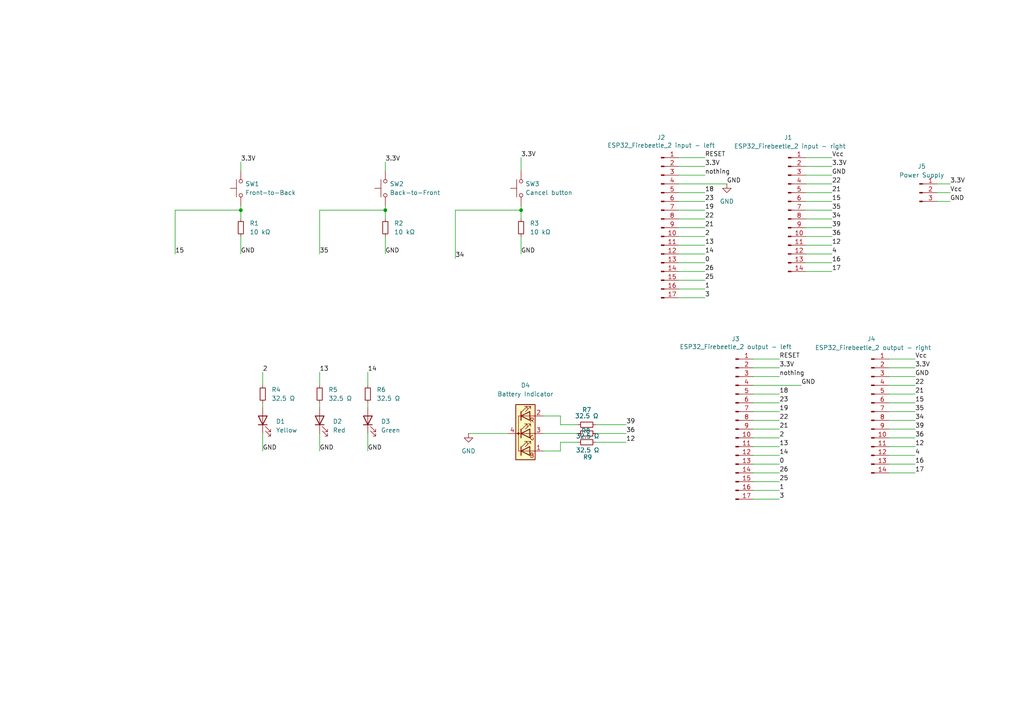
<source format=kicad_sch>
(kicad_sch (version 20231120) (generator "eeschema") (generator_version "8.0")
  (paper "A4")
  (lib_symbols
    (symbol "Connector:Conn_01x03_Pin" (pin_names (offset 1.016) hide)
      (property "Reference" "J" (at 0 5.08 0))
      (property "Value" "Conn_01x03_Pin" (at 0 -5.08 0))
      (symbol "Conn_01x03_Pin_1_1"
        (polyline (pts (xy 1.27 -2.54) (xy 0.8636 -2.54)) (stroke (width 0.1524)))
        (polyline (pts (xy 1.27 0) (xy 0.8636 0)) (stroke (width 0.1524)))
        (polyline (pts (xy 1.27 2.54) (xy 0.8636 2.54)) (stroke (width 0.1524)))
        (rectangle (start 0.8636 -2.413) (end 0 -2.667) (stroke (width 0.1524)) (fill (type outline)))
        (rectangle (start 0.8636 0.127) (end 0 -0.127) (stroke (width 0.1524)) (fill (type outline)))
        (rectangle (start 0.8636 2.667) (end 0 2.413) (stroke (width 0.1524)) (fill (type outline)))
        (pin passive line (at 5.08 2.54 180) (length 3.81) (name "Pin_1") (number "1"))
        (pin passive line (at 5.08 0 180) (length 3.81) (name "Pin_2") (number "2"))
        (pin passive line (at 5.08 -2.54 180) (length 3.81) (name "Pin_3") (number "3"))
      )
    )
    (symbol "Connector:Conn_01x14_Pin" (pin_names (offset 1.016) hide)
      (property "Reference" "J" (at 0 17.78 0))
      (property "Value" "Conn_01x14_Pin" (at 0 -20.32 0))
      (symbol "Conn_01x14_Pin_1_1"
        (polyline (pts (xy 1.27 -17.78) (xy 0.8636 -17.78)) (stroke (width 0.1524)))
        (polyline (pts (xy 1.27 -15.24) (xy 0.8636 -15.24)) (stroke (width 0.1524)))
        (polyline (pts (xy 1.27 -12.7) (xy 0.8636 -12.7)) (stroke (width 0.1524)))
        (polyline (pts (xy 1.27 -10.16) (xy 0.8636 -10.16)) (stroke (width 0.1524)))
        (polyline (pts (xy 1.27 -7.62) (xy 0.8636 -7.62)) (stroke (width 0.1524)))
        (polyline (pts (xy 1.27 -5.08) (xy 0.8636 -5.08)) (stroke (width 0.1524)))
        (polyline (pts (xy 1.27 -2.54) (xy 0.8636 -2.54)) (stroke (width 0.1524)))
        (polyline (pts (xy 1.27 0) (xy 0.8636 0)) (stroke (width 0.1524)))
        (polyline (pts (xy 1.27 2.54) (xy 0.8636 2.54)) (stroke (width 0.1524)))
        (polyline (pts (xy 1.27 5.08) (xy 0.8636 5.08)) (stroke (width 0.1524)))
        (polyline (pts (xy 1.27 7.62) (xy 0.8636 7.62)) (stroke (width 0.1524)))
        (polyline (pts (xy 1.27 10.16) (xy 0.8636 10.16)) (stroke (width 0.1524)))
        (polyline (pts (xy 1.27 12.7) (xy 0.8636 12.7)) (stroke (width 0.1524)))
        (polyline (pts (xy 1.27 15.24) (xy 0.8636 15.24)) (stroke (width 0.1524)))
        (rectangle (start 0.8636 -17.653) (end 0 -17.907) (stroke (width 0.1524)) (fill (type outline)))
        (rectangle (start 0.8636 -15.113) (end 0 -15.367) (stroke (width 0.1524)) (fill (type outline)))
        (rectangle (start 0.8636 -12.573) (end 0 -12.827) (stroke (width 0.1524)) (fill (type outline)))
        (rectangle (start 0.8636 -10.033) (end 0 -10.287) (stroke (width 0.1524)) (fill (type outline)))
        (rectangle (start 0.8636 -7.493) (end 0 -7.747) (stroke (width 0.1524)) (fill (type outline)))
        (rectangle (start 0.8636 -4.953) (end 0 -5.207) (stroke (width 0.1524)) (fill (type outline)))
        (rectangle (start 0.8636 -2.413) (end 0 -2.667) (stroke (width 0.1524)) (fill (type outline)))
        (rectangle (start 0.8636 0.127) (end 0 -0.127) (stroke (width 0.1524)) (fill (type outline)))
        (rectangle (start 0.8636 2.667) (end 0 2.413) (stroke (width 0.1524)) (fill (type outline)))
        (rectangle (start 0.8636 5.207) (end 0 4.953) (stroke (width 0.1524)) (fill (type outline)))
        (rectangle (start 0.8636 7.747) (end 0 7.493) (stroke (width 0.1524)) (fill (type outline)))
        (rectangle (start 0.8636 10.287) (end 0 10.033) (stroke (width 0.1524)) (fill (type outline)))
        (rectangle (start 0.8636 12.827) (end 0 12.573) (stroke (width 0.1524)) (fill (type outline)))
        (rectangle (start 0.8636 15.367) (end 0 15.113) (stroke (width 0.1524)) (fill (type outline)))
        (pin passive line (at 5.08 15.24 180) (length 3.81) (name "Pin_1") (number "1"))
        (pin passive line (at 5.08 -7.62 180) (length 3.81) (name "Pin_10") (number "10"))
        (pin passive line (at 5.08 -10.16 180) (length 3.81) (name "Pin_11") (number "11"))
        (pin passive line (at 5.08 -12.7 180) (length 3.81) (name "Pin_12") (number "12"))
        (pin passive line (at 5.08 -15.24 180) (length 3.81) (name "Pin_13") (number "13"))
        (pin passive line (at 5.08 -17.78 180) (length 3.81) (name "Pin_14") (number "14"))
        (pin passive line (at 5.08 12.7 180) (length 3.81) (name "Pin_2") (number "2"))
        (pin passive line (at 5.08 10.16 180) (length 3.81) (name "Pin_3") (number "3"))
        (pin passive line (at 5.08 7.62 180) (length 3.81) (name "Pin_4") (number "4"))
        (pin passive line (at 5.08 5.08 180) (length 3.81) (name "Pin_5") (number "5"))
        (pin passive line (at 5.08 2.54 180) (length 3.81) (name "Pin_6") (number "6"))
        (pin passive line (at 5.08 0 180) (length 3.81) (name "Pin_7") (number "7"))
        (pin passive line (at 5.08 -2.54 180) (length 3.81) (name "Pin_8") (number "8"))
        (pin passive line (at 5.08 -5.08 180) (length 3.81) (name "Pin_9") (number "9"))
      )
    )
    (symbol "Connector:Conn_01x17_Pin" (pin_names (offset 1.016) hide)
      (property "Reference" "J" (at 0 22.86 0))
      (property "Value" "Conn_01x17_Pin" (at 0 -22.86 0))
      (symbol "Conn_01x17_Pin_1_1"
        (polyline (pts (xy 1.27 -20.32) (xy 0.8636 -20.32)) (stroke (width 0.1524)))
        (polyline (pts (xy 1.27 -17.78) (xy 0.8636 -17.78)) (stroke (width 0.1524)))
        (polyline (pts (xy 1.27 -15.24) (xy 0.8636 -15.24)) (stroke (width 0.1524)))
        (polyline (pts (xy 1.27 -12.7) (xy 0.8636 -12.7)) (stroke (width 0.1524)))
        (polyline (pts (xy 1.27 -10.16) (xy 0.8636 -10.16)) (stroke (width 0.1524)))
        (polyline (pts (xy 1.27 -7.62) (xy 0.8636 -7.62)) (stroke (width 0.1524)))
        (polyline (pts (xy 1.27 -5.08) (xy 0.8636 -5.08)) (stroke (width 0.1524)))
        (polyline (pts (xy 1.27 -2.54) (xy 0.8636 -2.54)) (stroke (width 0.1524)))
        (polyline (pts (xy 1.27 0) (xy 0.8636 0)) (stroke (width 0.1524)))
        (polyline (pts (xy 1.27 2.54) (xy 0.8636 2.54)) (stroke (width 0.1524)))
        (polyline (pts (xy 1.27 5.08) (xy 0.8636 5.08)) (stroke (width 0.1524)))
        (polyline (pts (xy 1.27 7.62) (xy 0.8636 7.62)) (stroke (width 0.1524)))
        (polyline (pts (xy 1.27 10.16) (xy 0.8636 10.16)) (stroke (width 0.1524)))
        (polyline (pts (xy 1.27 12.7) (xy 0.8636 12.7)) (stroke (width 0.1524)))
        (polyline (pts (xy 1.27 15.24) (xy 0.8636 15.24)) (stroke (width 0.1524)))
        (polyline (pts (xy 1.27 17.78) (xy 0.8636 17.78)) (stroke (width 0.1524)))
        (polyline (pts (xy 1.27 20.32) (xy 0.8636 20.32)) (stroke (width 0.1524)))
        (rectangle (start 0.8636 -20.193) (end 0 -20.447) (stroke (width 0.1524)) (fill (type outline)))
        (rectangle (start 0.8636 -17.653) (end 0 -17.907) (stroke (width 0.1524)) (fill (type outline)))
        (rectangle (start 0.8636 -15.113) (end 0 -15.367) (stroke (width 0.1524)) (fill (type outline)))
        (rectangle (start 0.8636 -12.573) (end 0 -12.827) (stroke (width 0.1524)) (fill (type outline)))
        (rectangle (start 0.8636 -10.033) (end 0 -10.287) (stroke (width 0.1524)) (fill (type outline)))
        (rectangle (start 0.8636 -7.493) (end 0 -7.747) (stroke (width 0.1524)) (fill (type outline)))
        (rectangle (start 0.8636 -4.953) (end 0 -5.207) (stroke (width 0.1524)) (fill (type outline)))
        (rectangle (start 0.8636 -2.413) (end 0 -2.667) (stroke (width 0.1524)) (fill (type outline)))
        (rectangle (start 0.8636 0.127) (end 0 -0.127) (stroke (width 0.1524)) (fill (type outline)))
        (rectangle (start 0.8636 2.667) (end 0 2.413) (stroke (width 0.1524)) (fill (type outline)))
        (rectangle (start 0.8636 5.207) (end 0 4.953) (stroke (width 0.1524)) (fill (type outline)))
        (rectangle (start 0.8636 7.747) (end 0 7.493) (stroke (width 0.1524)) (fill (type outline)))
        (rectangle (start 0.8636 10.287) (end 0 10.033) (stroke (width 0.1524)) (fill (type outline)))
        (rectangle (start 0.8636 12.827) (end 0 12.573) (stroke (width 0.1524)) (fill (type outline)))
        (rectangle (start 0.8636 15.367) (end 0 15.113) (stroke (width 0.1524)) (fill (type outline)))
        (rectangle (start 0.8636 17.907) (end 0 17.653) (stroke (width 0.1524)) (fill (type outline)))
        (rectangle (start 0.8636 20.447) (end 0 20.193) (stroke (width 0.1524)) (fill (type outline)))
        (pin passive line (at 5.08 20.32 180) (length 3.81) (name "Pin_1") (number "1"))
        (pin passive line (at 5.08 -2.54 180) (length 3.81) (name "Pin_10") (number "10"))
        (pin passive line (at 5.08 -5.08 180) (length 3.81) (name "Pin_11") (number "11"))
        (pin passive line (at 5.08 -7.62 180) (length 3.81) (name "Pin_12") (number "12"))
        (pin passive line (at 5.08 -10.16 180) (length 3.81) (name "Pin_13") (number "13"))
        (pin passive line (at 5.08 -12.7 180) (length 3.81) (name "Pin_14") (number "14"))
        (pin passive line (at 5.08 -15.24 180) (length 3.81) (name "Pin_15") (number "15"))
        (pin passive line (at 5.08 -17.78 180) (length 3.81) (name "Pin_16") (number "16"))
        (pin passive line (at 5.08 -20.32 180) (length 3.81) (name "Pin_17") (number "17"))
        (pin passive line (at 5.08 17.78 180) (length 3.81) (name "Pin_2") (number "2"))
        (pin passive line (at 5.08 15.24 180) (length 3.81) (name "Pin_3") (number "3"))
        (pin passive line (at 5.08 12.7 180) (length 3.81) (name "Pin_4") (number "4"))
        (pin passive line (at 5.08 10.16 180) (length 3.81) (name "Pin_5") (number "5"))
        (pin passive line (at 5.08 7.62 180) (length 3.81) (name "Pin_6") (number "6"))
        (pin passive line (at 5.08 5.08 180) (length 3.81) (name "Pin_7") (number "7"))
        (pin passive line (at 5.08 2.54 180) (length 3.81) (name "Pin_8") (number "8"))
        (pin passive line (at 5.08 0 180) (length 3.81) (name "Pin_9") (number "9"))
      )
    )
    (symbol "Device:LED" (pin_numbers hide) (pin_names (offset 1.016) hide)
      (property "Reference" "D" (at 0 2.54 0))
      (property "Value" "LED" (at 0 -2.54 0))
      (symbol "LED_0_1"
        (polyline (pts (xy -1.27 -1.27) (xy -1.27 1.27)) (stroke (width 0.254)))
        (polyline (pts (xy -1.27 0) (xy 1.27 0)))
        (polyline (pts (xy 1.27 -1.27) (xy 1.27 1.27) (xy -1.27 0) (xy 1.27 -1.27)) (stroke (width 0.254)))
        (polyline (pts (xy -3.048 -0.762) (xy -4.572 -2.286) (xy -3.81 -2.286) (xy -4.572 -2.286) (xy -4.572 -1.524)))
        (polyline (pts (xy -1.778 -0.762) (xy -3.302 -2.286) (xy -2.54 -2.286) (xy -3.302 -2.286) (xy -3.302 -1.524)))
      )
      (symbol "LED_1_1"
        (pin passive line (at -3.81 0 0) (length 2.54) (name "K") (number "1"))
        (pin passive line (at 3.81 0 180) (length 2.54) (name "A") (number "2"))
      )
    )
    (symbol "Device:LED_BRGK" (pin_names (offset 0) hide)
      (property "Reference" "D" (at 0 9.398 0))
      (property "Value" "LED_BRGK" (at 0 -8.89 0))
      (symbol "LED_BRGK_0_0"
        (text "B" (at 1.905 -6.35 0) (effects (font (size 1.27 1.27))))
        (text "G" (at 1.905 -1.27 0) (effects (font (size 1.27 1.27))))
        (text "R" (at 1.905 3.81 0) (effects (font (size 1.27 1.27))))
      )
      (symbol "LED_BRGK_0_1"
        (circle (center -2.032 0) (radius 0.254) (fill (type outline)))
        (polyline (pts (xy -1.27 -5.08) (xy 1.27 -5.08)))
        (polyline (pts (xy -1.27 -3.81) (xy -1.27 -6.35)) (stroke (width 0.254)))
        (polyline (pts (xy -1.27 0) (xy -2.54 0)))
        (polyline (pts (xy -1.27 1.27) (xy -1.27 -1.27)) (stroke (width 0.254)))
        (polyline (pts (xy -1.27 5.08) (xy 1.27 5.08)))
        (polyline (pts (xy -1.27 6.35) (xy -1.27 3.81)) (stroke (width 0.254)))
        (polyline (pts (xy 1.27 -5.08) (xy 2.54 -5.08)))
        (polyline (pts (xy 1.27 0) (xy -1.27 0)))
        (polyline (pts (xy 1.27 0) (xy 2.54 0)))
        (polyline (pts (xy 1.27 5.08) (xy 2.54 5.08)))
        (polyline (pts (xy -1.27 1.27) (xy -1.27 -1.27) (xy -1.27 -1.27)))
        (polyline (pts (xy -1.27 6.35) (xy -1.27 3.81) (xy -1.27 3.81)))
        (polyline (pts (xy -1.27 5.08) (xy -2.032 5.08) (xy -2.032 -5.08) (xy -1.016 -5.08)))
        (polyline (pts (xy 1.27 -3.81) (xy 1.27 -6.35) (xy -1.27 -5.08) (xy 1.27 -3.81)) (stroke (width 0.254)))
        (polyline (pts (xy 1.27 1.27) (xy 1.27 -1.27) (xy -1.27 0) (xy 1.27 1.27)) (stroke (width 0.254)))
        (polyline (pts (xy 1.27 6.35) (xy 1.27 3.81) (xy -1.27 5.08) (xy 1.27 6.35)) (stroke (width 0.254)))
        (polyline (pts (xy -1.016 -3.81) (xy 0.508 -2.286) (xy -0.254 -2.286) (xy 0.508 -2.286) (xy 0.508 -3.048)))
        (polyline (pts (xy -1.016 1.27) (xy 0.508 2.794) (xy -0.254 2.794) (xy 0.508 2.794) (xy 0.508 2.032)))
        (polyline (pts (xy -1.016 6.35) (xy 0.508 7.874) (xy -0.254 7.874) (xy 0.508 7.874) (xy 0.508 7.112)))
        (polyline (pts (xy 0 -3.81) (xy 1.524 -2.286) (xy 0.762 -2.286) (xy 1.524 -2.286) (xy 1.524 -3.048)))
        (polyline (pts (xy 0 1.27) (xy 1.524 2.794) (xy 0.762 2.794) (xy 1.524 2.794) (xy 1.524 2.032)))
        (polyline (pts (xy 0 6.35) (xy 1.524 7.874) (xy 0.762 7.874) (xy 1.524 7.874) (xy 1.524 7.112)))
        (rectangle (start 1.27 -1.27) (end 1.27 1.27))
        (rectangle (start 1.27 1.27) (end 1.27 1.27))
        (rectangle (start 1.27 3.81) (end 1.27 6.35))
        (rectangle (start 1.27 6.35) (end 1.27 6.35))
        (rectangle (start 2.794 8.382) (end -2.794 -7.62) (stroke (width 0.254)) (fill (type background)))
      )
      (symbol "LED_BRGK_1_1"
        (pin passive line (at 5.08 -5.08 180) (length 2.54) (name "BA") (number "1"))
        (pin passive line (at 5.08 5.08 180) (length 2.54) (name "RA") (number "2"))
        (pin passive line (at 5.08 0 180) (length 2.54) (name "GA") (number "3"))
        (pin passive line (at -5.08 0 0) (length 2.54) (name "K") (number "4"))
      )
    )
    (symbol "Device:R_Small" (pin_numbers hide) (pin_names (offset 0.254) hide)
      (property "Reference" "R" (at 0.762 0.508 0))
      (property "Value" "R_Small" (at 0.762 -1.016 0))
      (symbol "R_Small_0_1"
        (rectangle (start -0.762 1.778) (end 0.762 -1.778) (stroke (width 0.2032)))
      )
      (symbol "R_Small_1_1"
        (pin passive line (at 0 2.54 270) (length 0.762) (name "~") (number "1"))
        (pin passive line (at 0 -2.54 90) (length 0.762) (name "~") (number "2"))
      )
    )
    (symbol "Switch:SW_Push" (pin_numbers hide) (pin_names (offset 1.016) hide)
      (property "Reference" "SW" (at 1.27 2.54 0))
      (property "Value" "SW_Push" (at 0 -1.524 0))
      (symbol "SW_Push_0_1"
        (circle (center -2.032 0) (radius 0.508))
        (polyline (pts (xy 0 1.27) (xy 0 3.048)))
        (polyline (pts (xy 2.54 1.27) (xy -2.54 1.27)))
        (circle (center 2.032 0) (radius 0.508))
        (pin passive line (at -5.08 0 0) (length 2.54) (name "1") (number "1"))
        (pin passive line (at 5.08 0 180) (length 2.54) (name "2") (number "2"))
      )
    )
    (symbol "power:GND" (power) (pin_numbers hide) (pin_names (offset 0) hide)
      (property "Value" "GND" (at 0 -3.81 0))
      (symbol "GND_0_1"
        (polyline (pts (xy 0 0) (xy 0 -1.27) (xy 1.27 -1.27) (xy 0 -2.54) (xy -1.27 -1.27) (xy 0 -1.27)))
      )
      (symbol "GND_1_1"
        (pin power_in line (at 0 0 270) (length 0) (name "~") (number "1"))
      )
    )
  )
  (junction (at 151.13 60.96))
  (junction (at 111.76 60.96))
  (junction (at 69.85 60.96))
  (wire (pts (xy 257.81 137.16) (xy 265.43 137.16)))
  (wire (pts (xy 92.71 60.96) (xy 92.71 73.66)))
  (wire (pts (xy 196.85 86.36) (xy 204.47 86.36)))
  (wire (pts (xy 106.68 107.95) (xy 106.68 111.76)))
  (wire (pts (xy 92.71 116.84) (xy 92.71 118.11)))
  (wire (pts (xy 218.44 142.24) (xy 226.06 142.24)))
  (wire (pts (xy 196.85 81.28) (xy 204.47 81.28)))
  (wire (pts (xy 257.81 116.84) (xy 265.43 116.84)))
  (wire (pts (xy 196.85 53.34) (xy 210.82 53.34)))
  (wire (pts (xy 172.72 128.27) (xy 181.61 128.27)))
  (wire (pts (xy 196.85 83.82) (xy 204.47 83.82)))
  (wire (pts (xy 151.13 68.58) (xy 151.13 73.66)))
  (wire (pts (xy 233.68 73.66) (xy 241.3 73.66)))
  (wire (pts (xy 218.44 139.7) (xy 226.06 139.7)))
  (wire (pts (xy 69.85 63.5) (xy 69.85 60.96)))
  (wire (pts (xy 106.68 125.73) (xy 106.68 130.81)))
  (wire (pts (xy 218.44 134.62) (xy 226.06 134.62)))
  (wire (pts (xy 218.44 132.08) (xy 226.06 132.08)))
  (wire (pts (xy 275.59 58.42) (xy 271.78 58.42)))
  (wire (pts (xy 233.68 50.8) (xy 241.3 50.8)))
  (wire (pts (xy 92.71 125.73) (xy 92.71 130.81)))
  (wire (pts (xy 196.85 48.26) (xy 204.47 48.26)))
  (wire (pts (xy 218.44 106.68) (xy 226.06 106.68)))
  (wire (pts (xy 257.81 121.92) (xy 265.43 121.92)))
  (wire (pts (xy 151.13 60.96) (xy 151.13 63.5)))
  (wire (pts (xy 111.76 68.58) (xy 111.76 73.66)))
  (wire (pts (xy 218.44 129.54) (xy 226.06 129.54)))
  (wire (pts (xy 162.56 123.19) (xy 167.64 123.19)))
  (wire (pts (xy 162.56 120.65) (xy 162.56 123.19)))
  (wire (pts (xy 92.71 107.95) (xy 92.71 111.76)))
  (wire (pts (xy 257.81 129.54) (xy 265.43 129.54)))
  (wire (pts (xy 257.81 106.68) (xy 265.43 106.68)))
  (wire (pts (xy 233.68 60.96) (xy 241.3 60.96)))
  (wire (pts (xy 218.44 114.3) (xy 226.06 114.3)))
  (wire (pts (xy 257.81 111.76) (xy 265.43 111.76)))
  (wire (pts (xy 69.85 59.69) (xy 69.85 60.96)))
  (wire (pts (xy 196.85 78.74) (xy 204.47 78.74)))
  (wire (pts (xy 132.08 60.96) (xy 132.08 74.93)))
  (wire (pts (xy 151.13 60.96) (xy 132.08 60.96)))
  (wire (pts (xy 162.56 128.27) (xy 167.64 128.27)))
  (wire (pts (xy 218.44 111.76) (xy 232.41 111.76)))
  (wire (pts (xy 111.76 59.69) (xy 111.76 60.96)))
  (wire (pts (xy 111.76 60.96) (xy 92.71 60.96)))
  (wire (pts (xy 257.81 134.62) (xy 265.43 134.62)))
  (wire (pts (xy 151.13 45.72) (xy 151.13 49.53)))
  (wire (pts (xy 257.81 104.14) (xy 265.43 104.14)))
  (wire (pts (xy 257.81 124.46) (xy 265.43 124.46)))
  (wire (pts (xy 196.85 60.96) (xy 204.47 60.96)))
  (wire (pts (xy 106.68 116.84) (xy 106.68 118.11)))
  (wire (pts (xy 196.85 73.66) (xy 204.47 73.66)))
  (wire (pts (xy 76.2 116.84) (xy 76.2 118.11)))
  (wire (pts (xy 218.44 109.22) (xy 226.06 109.22)))
  (wire (pts (xy 218.44 119.38) (xy 226.06 119.38)))
  (wire (pts (xy 172.72 123.19) (xy 181.61 123.19)))
  (wire (pts (xy 218.44 137.16) (xy 226.06 137.16)))
  (wire (pts (xy 218.44 127) (xy 226.06 127)))
  (wire (pts (xy 196.85 50.8) (xy 204.47 50.8)))
  (wire (pts (xy 196.85 66.04) (xy 204.47 66.04)))
  (wire (pts (xy 151.13 59.69) (xy 151.13 60.96)))
  (wire (pts (xy 69.85 46.99) (xy 69.85 49.53)))
  (wire (pts (xy 257.81 119.38) (xy 265.43 119.38)))
  (wire (pts (xy 218.44 144.78) (xy 226.06 144.78)))
  (wire (pts (xy 157.48 130.81) (xy 162.56 130.81)))
  (wire (pts (xy 233.68 63.5) (xy 241.3 63.5)))
  (wire (pts (xy 218.44 104.14) (xy 226.06 104.14)))
  (wire (pts (xy 218.44 124.46) (xy 226.06 124.46)))
  (wire (pts (xy 196.85 45.72) (xy 204.47 45.72)))
  (wire (pts (xy 257.81 109.22) (xy 265.43 109.22)))
  (wire (pts (xy 233.68 55.88) (xy 241.3 55.88)))
  (wire (pts (xy 218.44 121.92) (xy 226.06 121.92)))
  (wire (pts (xy 162.56 130.81) (xy 162.56 128.27)))
  (wire (pts (xy 135.89 125.73) (xy 147.32 125.73)))
  (wire (pts (xy 233.68 68.58) (xy 241.3 68.58)))
  (wire (pts (xy 233.68 76.2) (xy 241.3 76.2)))
  (wire (pts (xy 275.59 55.88) (xy 271.78 55.88)))
  (wire (pts (xy 233.68 58.42) (xy 241.3 58.42)))
  (wire (pts (xy 218.44 116.84) (xy 226.06 116.84)))
  (wire (pts (xy 196.85 71.12) (xy 204.47 71.12)))
  (wire (pts (xy 76.2 107.95) (xy 76.2 111.76)))
  (wire (pts (xy 76.2 125.73) (xy 76.2 130.81)))
  (wire (pts (xy 111.76 46.99) (xy 111.76 49.53)))
  (wire (pts (xy 172.72 125.73) (xy 181.61 125.73)))
  (wire (pts (xy 233.68 71.12) (xy 241.3 71.12)))
  (wire (pts (xy 233.68 78.74) (xy 241.3 78.74)))
  (wire (pts (xy 196.85 76.2) (xy 204.47 76.2)))
  (wire (pts (xy 196.85 68.58) (xy 204.47 68.58)))
  (wire (pts (xy 196.85 58.42) (xy 204.47 58.42)))
  (wire (pts (xy 233.68 45.72) (xy 241.3 45.72)))
  (wire (pts (xy 257.81 114.3) (xy 265.43 114.3)))
  (wire (pts (xy 233.68 66.04) (xy 241.3 66.04)))
  (wire (pts (xy 233.68 53.34) (xy 241.3 53.34)))
  (wire (pts (xy 275.59 53.34) (xy 271.78 53.34)))
  (wire (pts (xy 111.76 63.5) (xy 111.76 60.96)))
  (wire (pts (xy 167.64 125.73) (xy 157.48 125.73)))
  (wire (pts (xy 69.85 60.96) (xy 50.8 60.96)))
  (wire (pts (xy 257.81 132.08) (xy 265.43 132.08)))
  (wire (pts (xy 233.68 48.26) (xy 241.3 48.26)))
  (wire (pts (xy 157.48 120.65) (xy 162.56 120.65)))
  (wire (pts (xy 257.81 127) (xy 265.43 127)))
  (wire (pts (xy 69.85 68.58) (xy 69.85 73.66)))
  (wire (pts (xy 50.8 60.96) (xy 50.8 73.66)))
  (wire (pts (xy 196.85 55.88) (xy 204.47 55.88)))
  (wire (pts (xy 196.85 63.5) (xy 204.47 63.5)))
  (label "3.3V" (at 204.47 48.26 0))
  (label "12" (at 241.3 71.12 0))
  (label "3.3V" (at 241.3 48.26 0))
  (label "GND" (at 111.76 73.66 0))
  (label "16" (at 241.3 76.2 0))
  (label "4" (at 241.3 73.66 0))
  (label "26" (at 226.06 137.16 0))
  (label "Vcc" (at 275.59 55.88 0))
  (label "GND" (at 210.82 53.34 0))
  (label "17" (at 241.3 78.74 0))
  (label "nothing" (at 226.06 109.22 0))
  (label "13" (at 92.71 107.95 0))
  (label "3.3V" (at 151.13 45.72 0))
  (label "4" (at 265.43 132.08 0))
  (label "14" (at 204.47 73.66 0))
  (label "21" (at 226.06 124.46 0))
  (label "1" (at 204.47 83.82 0))
  (label "22" (at 204.47 63.5 0))
  (label "15" (at 50.8 73.66 0))
  (label "25" (at 226.06 139.7 0))
  (label "26" (at 204.47 78.74 0))
  (label "GND" (at 232.41 111.76 0))
  (label "3" (at 204.47 86.36 0))
  (label "RESET" (at 226.06 104.14 0))
  (label "18" (at 204.47 55.88 0))
  (label "3.3V" (at 265.43 106.68 0))
  (label "23" (at 226.06 116.84 0))
  (label "25" (at 204.47 81.28 0))
  (label "3.3V" (at 275.59 53.34 0))
  (label "39" (at 265.43 124.46 0))
  (label "14" (at 226.06 132.08 0))
  (label "15" (at 265.43 116.84 0))
  (label "34" (at 265.43 121.92 0))
  (label "21" (at 204.47 66.04 0))
  (label "34" (at 132.08 74.93 0))
  (label "Vcc" (at 265.43 104.14 0))
  (label "0" (at 226.06 134.62 0))
  (label "18" (at 226.06 114.3 0))
  (label "12" (at 265.43 129.54 0))
  (label "19" (at 226.06 119.38 0))
  (label "21" (at 265.43 114.3 0))
  (label "39" (at 241.3 66.04 0))
  (label "GND" (at 275.59 58.42 0))
  (label "22" (at 241.3 53.34 0))
  (label "GND" (at 265.43 109.22 0))
  (label "39" (at 181.61 123.19 0))
  (label "GND" (at 76.2 130.81 0))
  (label "23" (at 204.47 58.42 0))
  (label "RESET" (at 204.47 45.72 0))
  (label "22" (at 265.43 111.76 0))
  (label "16" (at 265.43 134.62 0))
  (label "34" (at 241.3 63.5 0))
  (label "21" (at 241.3 55.88 0))
  (label "35" (at 92.71 73.66 0))
  (label "2" (at 226.06 127 0))
  (label "2" (at 204.47 68.58 0))
  (label "13" (at 204.47 71.12 0))
  (label "19" (at 204.47 60.96 0))
  (label "22" (at 226.06 121.92 0))
  (label "13" (at 226.06 129.54 0))
  (label "35" (at 265.43 119.38 0))
  (label "35" (at 241.3 60.96 0))
  (label "36" (at 265.43 127 0))
  (label "14" (at 106.68 107.95 0))
  (label "3.3V" (at 111.76 46.99 0))
  (label "GND" (at 92.71 130.81 0))
  (label "1" (at 226.06 142.24 0))
  (label "GND" (at 106.68 130.81 0))
  (label "0" (at 204.47 76.2 0))
  (label "17" (at 265.43 137.16 0))
  (label "GND" (at 151.13 73.66 0))
  (label "2" (at 76.2 107.95 0))
  (label "12" (at 181.61 128.27 0))
  (label "nothing" (at 204.47 50.8 0))
  (label "Vcc" (at 241.3 45.72 0))
  (label "36" (at 241.3 68.58 0))
  (label "3.3V" (at 69.85 46.99 0))
  (label "36" (at 181.61 125.73 0))
  (label "15" (at 241.3 58.42 0))
  (label "3" (at 226.06 144.78 0))
  (label "3.3V" (at 226.06 106.68 0))
  (label "GND" (at 69.85 73.66 0))
  (label "GND" (at 241.3 50.8 0))
  (symbol (lib_id "power:GND") (at 135.89 125.73 0) (unit 1)
    (property "Reference" "#PWR07" (effects (hide yes)))
    (property "Value" "GND" (at 135.89 130.81 0))
    (property "Description" "Power symbol creates a global label with name \"GND\" , ground" (effects (hide yes)))
  )
  (symbol (lib_id "Device:R_Small") (at 151.13 66.04 0) (unit 1)
    (property "Reference" "R3" (at 153.67 64.7699 0) (effects (justify left)))
    (property "Value" "10 kΩ" (at 153.67 67.3099 0) (effects (justify left)))
    (property "Footprint" "Resistor_SMD:R_1210_3225Metric_Pad1.30x2.65mm_HandSolder" (effects (hide yes)))
    (property "Description" "Resistor, small symbol" (effects (hide yes)))
  )
  (symbol (lib_id "Device:LED") (at 92.71 121.92 90) (unit 1)
    (property "Reference" "D2" (at 96.52 122.2374 90) (effects (justify right)))
    (property "Value" "Red" (at 96.52 124.7774 90) (effects (justify right)))
    (property "Footprint" "LED_SMD:LED_0603_1608Metric_Pad1.05x0.95mm_HandSolder" (effects (hide yes)))
    (property "Description" "Light emitting diode" (effects (hide yes)))
  )
  (symbol (lib_id "Switch:SW_Push") (at 69.85 54.61 90) (unit 1)
    (property "Reference" "SW1" (at 71.12 53.3399 90) (effects (justify right)))
    (property "Value" "Front-to-Back" (at 71.12 55.8799 90) (effects (justify right)))
    (property "Footprint" "Button_Switch_THT:SW_PUSH_6mm" (effects (hide yes)))
    (property "Description" "Push button switch, generic, two pins" (effects (hide yes)))
  )
  (symbol (lib_id "Device:R_Small") (at 111.76 66.04 0) (unit 1)
    (property "Reference" "R2" (at 114.3 64.7699 0) (effects (justify left)))
    (property "Value" "10 kΩ" (at 114.3 67.3099 0) (effects (justify left)))
    (property "Footprint" "Resistor_SMD:R_1210_3225Metric_Pad1.30x2.65mm_HandSolder" (effects (hide yes)))
    (property "Description" "Resistor, small symbol" (effects (hide yes)))
  )
  (symbol (lib_id "Connector:Conn_01x17_Pin") (at 191.77 66.04 0) (unit 1)
    (property "Reference" "J2" (at 191.77 39.878 0))
    (property "Value" "ESP32_Firebeetle_2 input - left" (at 191.77 42.164 0))
    (property "Footprint" "Connector_PinHeader_2.54mm:PinHeader_1x17_P2.54mm_Vertical" (effects (hide yes)))
    (property "Description" "Generic connector, single row, 01x17, script generated" (effects (hide yes)))
  )
  (symbol (lib_id "Connector:Conn_01x14_Pin") (at 228.6 60.96 0) (unit 1)
    (property "Reference" "J1" (at 228.6 39.878 0))
    (property "Value" "ESP32_Firebeetle_2 input - right" (at 229.108 42.418 0))
    (property "Footprint" "Connector_PinHeader_2.54mm:PinHeader_1x14_P2.54mm_Vertical" (effects (hide yes)))
    (property "Description" "Generic connector, single row, 01x14, script generated" (effects (hide yes)))
  )
  (symbol (lib_id "Device:R_Small") (at 76.2 114.3 0) (unit 1)
    (property "Reference" "R4" (at 78.74 113.0299 0) (effects (justify left)))
    (property "Value" "32.5 Ω" (at 78.74 115.5699 0) (effects (justify left)))
    (property "Footprint" "Resistor_SMD:R_1210_3225Metric_Pad1.30x2.65mm_HandSolder" (effects (hide yes)))
    (property "Description" "Resistor, small symbol" (effects (hide yes)))
  )
  (symbol (lib_id "Device:R_Small") (at 170.18 128.27 90) (unit 1)
    (property "Reference" "R9" (at 170.434 132.588 90))
    (property "Value" "32.5 Ω" (at 170.434 130.556 90))
    (property "Footprint" "Resistor_SMD:R_1210_3225Metric_Pad1.30x2.65mm_HandSolder" (effects (hide yes)))
    (property "Description" "Resistor, small symbol" (effects (hide yes)))
  )
  (symbol (lib_id "Device:R_Small") (at 92.71 114.3 0) (unit 1)
    (property "Reference" "R5" (at 95.25 113.0299 0) (effects (justify left)))
    (property "Value" "32.5 Ω" (at 95.25 115.5699 0) (effects (justify left)))
    (property "Footprint" "Resistor_SMD:R_1210_3225Metric_Pad1.30x2.65mm_HandSolder" (effects (hide yes)))
    (property "Description" "Resistor, small symbol" (effects (hide yes)))
  )
  (symbol (lib_id "Device:R_Small") (at 69.85 66.04 0) (unit 1)
    (property "Reference" "R1" (at 72.39 64.7699 0) (effects (justify left)))
    (property "Value" "10 kΩ" (at 72.39 67.3099 0) (effects (justify left)))
    (property "Footprint" "Resistor_SMD:R_1210_3225Metric_Pad1.30x2.65mm_HandSolder" (effects (hide yes)))
    (property "Description" "Resistor, small symbol" (effects (hide yes)))
  )
  (symbol (lib_id "Device:LED") (at 76.2 121.92 90) (unit 1)
    (property "Reference" "D1" (at 80.01 122.2374 90) (effects (justify right)))
    (property "Value" "Yellow" (at 80.01 124.7774 90) (effects (justify right)))
    (property "Footprint" "LED_SMD:LED_0603_1608Metric_Pad1.05x0.95mm_HandSolder" (effects (hide yes)))
    (property "Description" "Light emitting diode" (effects (hide yes)))
  )
  (symbol (lib_id "Device:LED_BRGK") (at 152.4 125.73 0) (unit 1)
    (property "Reference" "D4" (at 152.4 111.76 0))
    (property "Value" "Battery Indicator" (at 152.4 114.3 0))
    (property "Footprint" "LED_SMD:LED_RGB_1210" (effects (hide yes)))
    (property "Description" "RGB LED, blue/red/green/cathode" (effects (hide yes)))
  )
  (symbol (lib_id "Connector:Conn_01x03_Pin") (at 266.7 55.88 0) (unit 1)
    (property "Reference" "J5" (at 267.335 48.26 0))
    (property "Value" "Power Supply" (at 267.335 50.8 0))
    (property "Footprint" "Connector_Molex:Molex_KK-396_A-41792-0003_1x03_P3.96mm_Horizontal" (effects (hide yes)))
    (property "Description" "Generic connector, single row, 01x03, script generated" (effects (hide yes)))
  )
  (symbol (lib_id "Connector:Conn_01x14_Pin") (at 252.73 119.38 0) (unit 1)
    (property "Reference" "J4" (at 252.73 98.298 0))
    (property "Value" "ESP32_Firebeetle_2 output - right" (at 253.238 100.838 0))
    (property "Footprint" "Connector_PinSocket_2.54mm:PinSocket_1x14_P2.54mm_Vertical" (effects (hide yes)))
    (property "Description" "Generic connector, single row, 01x14, script generated" (effects (hide yes)))
  )
  (symbol (lib_id "Device:R_Small") (at 106.68 114.3 0) (unit 1)
    (property "Reference" "R6" (at 109.22 113.0299 0) (effects (justify left)))
    (property "Value" "32.5 Ω" (at 109.22 115.5699 0) (effects (justify left)))
    (property "Footprint" "Resistor_SMD:R_1210_3225Metric_Pad1.30x2.65mm_HandSolder" (effects (hide yes)))
    (property "Description" "Resistor, small symbol" (effects (hide yes)))
  )
  (symbol (lib_id "Switch:SW_Push") (at 111.76 54.61 90) (unit 1)
    (property "Reference" "SW2" (at 113.03 53.3399 90) (effects (justify right)))
    (property "Value" "Back-to-Front" (at 113.03 55.8799 90) (effects (justify right)))
    (property "Footprint" "Button_Switch_THT:SW_PUSH_6mm" (effects (hide yes)))
    (property "Description" "Push button switch, generic, two pins" (effects (hide yes)))
  )
  (symbol (lib_id "Device:R_Small") (at 170.18 125.73 90) (unit 1)
    (property "Reference" "R8" (at 169.926 124.968 90))
    (property "Value" "32.5 Ω" (at 170.434 126.492 90))
    (property "Footprint" "Resistor_SMD:R_1210_3225Metric_Pad1.30x2.65mm_HandSolder" (effects (hide yes)))
    (property "Description" "Resistor, small symbol" (effects (hide yes)))
  )
  (symbol (lib_id "power:GND") (at 210.82 53.34 0) (unit 1)
    (property "Reference" "#PWR01" (effects (hide yes)))
    (property "Value" "GND" (at 210.82 58.42 0))
    (property "Description" "Power symbol creates a global label with name \"GND\" , ground" (effects (hide yes)))
  )
  (symbol (lib_id "Device:R_Small") (at 170.18 123.19 90) (unit 1)
    (property "Reference" "R7" (at 170.18 118.872 90))
    (property "Value" "32.5 Ω" (at 170.18 120.65 90))
    (property "Footprint" "Resistor_SMD:R_1210_3225Metric_Pad1.30x2.65mm_HandSolder" (effects (hide yes)))
    (property "Description" "Resistor, small symbol" (effects (hide yes)))
  )
  (symbol (lib_id "Connector:Conn_01x17_Pin") (at 213.36 124.46 0) (unit 1)
    (property "Reference" "J3" (at 213.36 98.298 0))
    (property "Value" "ESP32_Firebeetle_2 output - left" (at 213.36 100.584 0))
    (property "Footprint" "Connector_PinSocket_2.54mm:PinSocket_1x17_P2.54mm_Vertical" (effects (hide yes)))
    (property "Description" "Generic connector, single row, 01x17, script generated" (effects (hide yes)))
  )
  (symbol (lib_id "Switch:SW_Push") (at 151.13 54.61 90) (unit 1)
    (property "Reference" "SW3" (at 152.4 53.3399 90) (effects (justify right)))
    (property "Value" "Cancel button" (at 152.4 55.8799 90) (effects (justify right)))
    (property "Footprint" "Button_Switch_THT:SW_PUSH_6mm" (effects (hide yes)))
    (property "Description" "Push button switch, generic, two pins" (effects (hide yes)))
  )
  (symbol (lib_id "Device:LED") (at 106.68 121.92 90) (unit 1)
    (property "Reference" "D3" (at 110.49 122.2374 90) (effects (justify right)))
    (property "Value" "Green" (at 110.49 124.7774 90) (effects (justify right)))
    (property "Footprint" "LED_SMD:LED_0603_1608Metric_Pad1.05x0.95mm_HandSolder" (effects (hide yes)))
    (property "Description" "Light emitting diode" (effects (hide yes)))
  )
)
</source>
